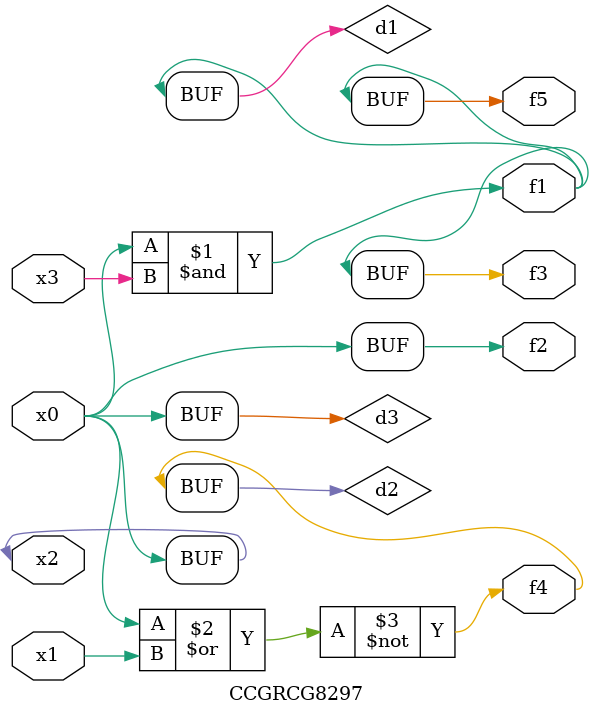
<source format=v>
module CCGRCG8297(
	input x0, x1, x2, x3,
	output f1, f2, f3, f4, f5
);

	wire d1, d2, d3;

	and (d1, x2, x3);
	nor (d2, x0, x1);
	buf (d3, x0, x2);
	assign f1 = d1;
	assign f2 = d3;
	assign f3 = d1;
	assign f4 = d2;
	assign f5 = d1;
endmodule

</source>
